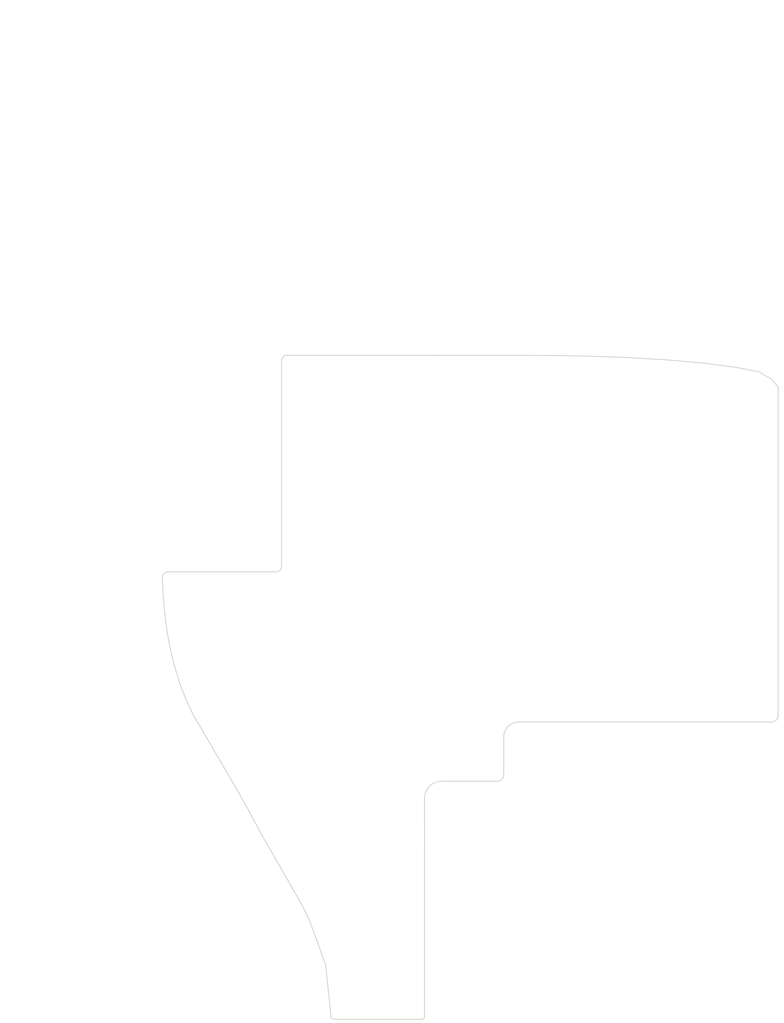
<source format=kicad_pcb>
(kicad_pcb (version 20211014) (generator pcbnew)
  (layers (0 "F.Cu" signal) (31 "B.Cu" signal) (34 "B.Paste" user) (35 "F.Paste" user) (36 "B.SilkS" user "B.Silkscreen") (37 "F.SilkS" user "F.Silkscreen") (38 "B.Mask" user) (39 "F.Mask" user) (44 "Edge.Cuts" user))
  (net 0 "")
  (footprint "lily58palm_plate:HOLE_24" (layer "F.Cu") (at 129.6 59.6)
    (fp_text reference "TH3" hide)
    (fp_text value "HOLE" hide)
  )
  (footprint "lily58palm_plate:HOLE_24" (layer "F.Cu") (at 129.6 97.6)
    (fp_text reference "TH5" hide)
    (fp_text value "HOLE" hide)
  )
  (footprint "lily58palm_plate:HOLE_24" (layer "F.Cu") (at 105 114.8 90)
    (fp_text reference "TH7" hide)
    (fp_text value "HOLE" hide)
  )
  (footprint "lily58palm_plate:CherryMX_KailhLowProfile_Hotswap_Hole" (layer "F.Cu") (at 120.5 50)
    (fp_text reference "SW1" hide)
    (fp_text value "SW_PUSH" hide)
  )
  (footprint "lily58palm_plate:CherryMX_KailhLowProfile_Hotswap_Hole" (layer "F.Cu") (at 139.5 47.6)
    (fp_text reference "SW2" hide)
    (fp_text value "SW_PUSH" hide)
  )
  (footprint "lily58palm_plate:CherryMX_KailhLowProfile_Hotswap_Hole" (layer "F.Cu") (at 158.6 46.21)
    (fp_text reference "SW3" hide)
    (fp_text value "SW_PUSH" hide)
  )
  (footprint "lily58palm_plate:CherryMX_KailhLowProfile_Hotswap_Hole" (layer "F.Cu") (at 120.5 69.1)
    (fp_text reference "SW7" hide)
    (fp_text value "SW_PUSH" hide)
  )
  (footprint "lily58palm_plate:CherryMX_KailhLowProfile_Hotswap_Hole" (layer "F.Cu") (at 139.5 66.7)
    (fp_text reference "SW8" hide)
    (fp_text value "SW_PUSH" hide)
  )
  (footprint "lily58palm_plate:CherryMX_KailhLowProfile_Hotswap_Hole" (layer "F.Cu") (at 158.6 65.3)
    (fp_text reference "SW9" hide)
    (fp_text value "SW_PUSH" hide)
  )
  (footprint "lily58palm_plate:CherryMX_KailhLowProfile_Hotswap_Hole" (layer "F.Cu") (at 120.5 88.1)
    (fp_text reference "SW13" hide)
    (fp_text value "SW_PUSH" hide)
  )
  (footprint "lily58palm_plate:CherryMX_KailhLowProfile_Hotswap_Hole" (layer "F.Cu") (at 139.5 85.7)
    (fp_text reference "SW14" hide)
    (fp_text value "SW_PUSH" hide)
  )
  (footprint "lily58palm_plate:CherryMX_KailhLowProfile_Hotswap_Hole" (layer "F.Cu") (at 158.6 84.4)
    (fp_text reference "SW15" hide)
    (fp_text value "SW_PUSH" hide)
  )
  (footprint "lily58palm_plate:CherryMX_KailhLowProfile_Hotswap_Hole" (layer "F.Cu") (at 120.5 107.1)
    (fp_text reference "SW19" hide)
    (fp_text value "SW_PUSH" hide)
  )
  (footprint "lily58palm_plate:CherryMX_KailhLowProfile_Hotswap_Hole" (layer "F.Cu") (at 139.5 104.8)
    (fp_text reference "SW20" hide)
    (fp_text value "SW_PUSH" hide)
  )
  (footprint "lily58palm_plate:CherryMX_KailhLowProfile_Hotswap_Hole" (layer "F.Cu") (at 158.6 103.4)
    (fp_text reference "SW21" hide)
    (fp_text value "SW_PUSH" hide)
  )
  (footprint "lily58palm_plate:CherryMX_KailhLowProfile_Hotswap_Hole" (layer "F.Cu") (at 101.4 97.5)
    (fp_text reference "SW25" hide)
    (fp_text value "SW_PUSH" hide)
  )
  (footprint "lily58palm_plate:CherryMX_KailhLowProfile_Hotswap_Hole" (layer "F.Cu") (at 105 127 -60)
    (fp_text reference "SW26" hide)
    (fp_text value "SW_PUSH" hide)
  )
  (footprint "lily58palm_plate:CherryMX_KailhLowProfile_Hotswap_Hole" (layer "F.Cu") (at 130 126)
    (fp_text reference "SW27" hide)
    (fp_text value "SW_PUSH" hide)
  )
  (footprint "lily58palm_plate:CherryMX_KailhLowProfile_Hotswap_Hole" (layer "F.Cu") (at 149 123.75)
    (fp_text reference "SW28" hide)
    (fp_text value "SW_PUSH" hide)
  )
  (footprint "lily58palm_plate:CherryMX_KailhLowProfile_Hotswap_Hole" (layer "F.Cu") (at 132.08 180.34)
    (fp_text reference "SW29" hide)
    (fp_text value "SW_PUSH" hide)
  )
  (footprint "lily58palm_plate:HOLE_24" (layer "F.Cu") (at 127.508 158.496)
    (fp_text reference "TH3" hide)
    (fp_text value "HOLE" hide)
  )
  (footprint "lily58palm_plate:CherryMX_KailhLowProfile_Hotswap_Hole" (layer "F.Cu") (at 215.446 73.816)
    (fp_text reference "SW12" hide)
    (fp_text value "SW_PUSH" hide)
  )
  (footprint "lily58palm_plate:CherryMX_KailhLowProfile_Hotswap_Hole" (layer "F.Cu") (at 196.446 91.516)
    (fp_text reference "SW17" hide)
    (fp_text value "SW_PUSH" hide)
  )
  (footprint "lily58palm_plate:HOLE_24" (layer "F.Cu") (at 205.546 100.635)
    (fp_text reference "TH6" hide)
    (fp_text value "HOLE" hide)
  )
  (footprint "lily58palm_plate:CherryMX_KailhLowProfile_Hotswap_Hole" (layer "F.Cu") (at 177.6 47.6)
    (fp_text reference "SW4" hide)
    (fp_text value "SW_PUSH" hide)
  )
  (footprint "lily58palm_plate:CherryMX_KailhLowProfile_Hotswap_Hole" (layer "F.Cu") (at 196.446 53.416)
    (fp_text reference "SW5" hide)
    (fp_text value "SW_PUSH" hide)
  )
  (footprint "lily58palm_plate:CherryMX_KailhLowProfile_Hotswap_Hole" (layer "F.Cu") (at 215.446 54.916)
    (fp_text reference "SW6" hide)
    (fp_text value "SW_PUSH" hide)
  )
  (footprint "lily58palm_plate:CherryMX_KailhLowProfile_Hotswap_Hole" (layer "F.Cu") (at 177.6 66.6)
    (fp_text reference "SW10" hide)
    (fp_text value "SW_PUSH" hide)
  )
  (footprint "lily58palm_plate:CherryMX_KailhLowProfile_Hotswap_Hole" (layer "F.Cu") (at 196.446 72.316)
    (fp_text reference "SW11" hide)
    (fp_text value "SW_PUSH" hide)
  )
  (footprint "lily58palm_plate:CherryMX_KailhLowProfile_Hotswap_Hole" (layer "F.Cu") (at 177.6 85.7)
    (fp_text reference "SW16" hide)
    (fp_text value "SW_PUSH" hide)
  )
  (footprint "lily58palm_plate:CherryMX_KailhLowProfile_Hotswap_Hole" (layer "F.Cu") (at 215.446 93.016)
    (fp_text reference "SW18" hide)
    (fp_text value "SW_PUSH" hide)
  )
  (footprint "lily58palm_plate:CherryMX_KailhLowProfile_Hotswap_Hole" (layer "F.Cu") (at 177.6 104.8)
    (fp_text reference "SW22" hide)
    (fp_text value "SW_PUSH" hide)
  )
  (footprint "lily58palm_plate:CherryMX_KailhLowProfile_Hotswap_Hole" (layer "F.Cu") (at 196.446 110.516)
    (fp_text reference "SW23" hide)
    (fp_text value "SW_PUSH" hide)
  )
  (footprint "lily58palm_plate:CherryMX_KailhLowProfile_Hotswap_Hole" (layer "F.Cu") (at 215.496 112.016)
    (fp_text reference "SW24" hide)
    (fp_text value "SW_PUSH" hide)
  )
  (footprint "lily58palm_plate:HOLE_24" (layer "F.Cu") (at 205.546 62.435)
    (fp_text reference "TH4" hide)
    (fp_text value "HOLE" hide)
  )
  (gr_line (start 143.51 189.865) (end 143.514491 139.319998) (layer "Edge.Cuts") (width 0.2))
  (gr_line (start 115.062 163.83) (end 106.172 148.336) (layer "Edge.Cuts") (width 0.2))
  (gr_line (start 115.062 163.83) (end 116.84 167.386) (layer "Edge.Cuts") (width 0.2))
  (gr_line (start 225.206 63.416) (end 225.206 72.897623) (layer "Edge.Cuts") (width 0.2))
  (gr_line (start 225.206 72.897623) (end 225.206 82.379245) (layer "Edge.Cuts") (width 0.2))
  (gr_line (start 225.206 82.379245) (end 225.206 91.860867) (layer "Edge.Cuts") (width 0.2))
  (gr_line (start 225.206 91.860867) (end 225.206 101.34249) (layer "Edge.Cuts") (width 0.2))
  (gr_line (start 225.206 101.34249) (end 225.206 110.824112) (layer "Edge.Cuts") (width 0.2))
  (gr_line (start 225.206 110.824112) (end 225.206 120.305735) (layer "Edge.Cuts") (width 0.2))
  (gr_line (start 225.205999 120.305735) (end 225.175552 120.608231) (layer "Edge.Cuts") (width 0.2))
  (gr_line (start 225.175552 120.608231) (end 225.088217 120.889887) (layer "Edge.Cuts") (width 0.2))
  (gr_line (start 225.088217 120.889887) (end 224.950001 121.144696) (layer "Edge.Cuts") (width 0.2))
  (gr_line (start 224.950001 121.144696) (end 224.766912 121.366648) (layer "Edge.Cuts") (width 0.2))
  (gr_line (start 224.766912 121.366648) (end 224.54496 121.549736) (layer "Edge.Cuts") (width 0.2))
  (gr_line (start 224.54496 121.549736) (end 224.290152 121.687952) (layer "Edge.Cuts") (width 0.2))
  (gr_line (start 224.290152 121.687952) (end 224.008495 121.775288) (layer "Edge.Cuts") (width 0.2))
  (gr_line (start 224.008495 121.775288) (end 223.705999 121.805735) (layer "Edge.Cuts") (width 0.2))
  (gr_line (start 225.206 44.452755) (end 223.774 42.672) (layer "Edge.Cuts") (width 0.2))
  (gr_line (start 223.774 42.672) (end 220.889319 40.963847) (layer "Edge.Cuts") (width 0.2))
  (gr_line (start 225.206 44.452755) (end 225.206 53.934378) (layer "Edge.Cuts") (width 0.2))
  (gr_line (start 225.206 53.934378) (end 225.206 63.416) (layer "Edge.Cuts") (width 0.2))
  (gr_line (start 189.919538 37.585374) (end 178.989563 37.215654) (layer "Edge.Cuts") (width 0.2))
  (gr_line (start 220.889319 40.963847) (end 215.525697 39.885159) (layer "Edge.Cuts") (width 0.2))
  (gr_line (start 215.525697 39.885159) (end 208.420758 38.945561) (layer "Edge.Cuts") (width 0.2))
  (gr_line (start 208.420758 38.945561) (end 199.807654 38.170488) (layer "Edge.Cuts") (width 0.2))
  (gr_line (start 199.807654 38.170488) (end 189.919538 37.585374) (layer "Edge.Cuts") (width 0.2))
  (gr_line (start 170.576929 121.805735) (end 192.100511 121.805735) (layer "Edge.Cuts") (width 0.2))
  (gr_line (start 192.100511 121.805735) (end 197.368092 121.805735) (layer "Edge.Cuts") (width 0.2))
  (gr_line (start 197.368092 121.805735) (end 202.635673 121.805735) (layer "Edge.Cuts") (width 0.2))
  (gr_line (start 202.635673 121.805735) (end 207.903255 121.805735) (layer "Edge.Cuts") (width 0.2))
  (gr_line (start 207.903255 121.805735) (end 213.170836 121.805735) (layer "Edge.Cuts") (width 0.2))
  (gr_line (start 213.170836 121.805735) (end 218.438418 121.805735) (layer "Edge.Cuts") (width 0.2))
  (gr_line (start 218.438418 121.805735) (end 223.705999 121.805735) (layer "Edge.Cuts") (width 0.2))
  (gr_line (start 85.688004 108.649127) (end 86.863105 112.53067) (layer "Edge.Cuts") (width 0.2))
  (gr_line (start 162.084174 123.942713) (end 162.406678 123.34816) (layer "Edge.Cuts") (width 0.2))
  (gr_arc (start 143.51 189.865) (mid 143.324013 190.314013) (end 142.875 190.5) (layer "Edge.Cuts") (width 0.2))
  (gr_line (start 83.490297 96.657663) (end 84.020972 100.690825) (layer "Edge.Cuts") (width 0.2))
  (gr_line (start 161.809348 134.011658) (end 161.778901 134.314154) (layer "Edge.Cuts") (width 0.2))
  (gr_line (start 161.809348 126.725814) (end 161.809348 127.943854) (layer "Edge.Cuts") (width 0.2))
  (gr_arc (start 110.49 85.852) (mid 110.118026 86.750026) (end 109.22 87.122) (layer "Edge.Cuts") (width 0.2))
  (gr_line (start 104.394 87.122) (end 109.22 87.122) (layer "Edge.Cuts") (width 0.2))
  (gr_line (start 161.809348 129.161894) (end 161.809348 130.379933) (layer "Edge.Cuts") (width 0.2))
  (gr_line (start 100.047036 137.18634) (end 102.87 142.24) (layer "Edge.Cuts") (width 0.2))
  (gr_line (start 161.553349 134.850619) (end 161.370261 135.072571) (layer "Edge.Cuts") (width 0.2))
  (gr_line (start 154.710782 135.511658) (end 160.309348 135.511658) (layer "Edge.Cuts") (width 0.2))
  (gr_line (start 161.691565 134.59581) (end 161.553349 134.850619) (layer "Edge.Cuts") (width 0.2))
  (gr_line (start 164.603524 121.876778) (end 165.354 121.805735) (layer "Edge.Cuts") (width 0.2))
  (gr_line (start 156.843047 37.086762) (end 146.435213 37.086762) (layer "Edge.Cuts") (width 0.2))
  (gr_line (start 161.809348 131.597973) (end 161.809348 132.816013) (layer "Edge.Cuts") (width 0.2))
  (gr_line (start 136.027379 37.086762) (end 125.619545 37.086762) (layer "Edge.Cuts") (width 0.2))
  (gr_line (start 161.148308 135.25566) (end 160.8935 135.393876) (layer "Edge.Cuts") (width 0.2))
  (gr_line (start 125.619545 37.086762) (end 115.211711 37.086762) (layer "Edge.Cuts") (width 0.2))
  (gr_line (start 97.282 87.122) (end 84.328 87.122) (layer "Edge.Cuts") (width 0.2))
  (gr_line (start 160.611844 135.481211) (end 160.309348 135.511658) (layer "Edge.Cuts") (width 0.2))
  (gr_line (start 95.019952 128.587381) (end 96.695647 131.453701) (layer "Edge.Cuts") (width 0.2))
  (gr_line (start 91.668563 122.854742) (end 93.344258 125.721062) (layer "Edge.Cuts") (width 0.2))
  (gr_line (start 178.989563 37.215654) (end 167.250881 37.086762) (layer "Edge.Cuts") (width 0.2))
  (gr_line (start 84.020972 100.690825) (end 84.747083 104.695246) (layer "Edge.Cuts") (width 0.2))
  (gr_line (start 161.809348 132.816013) (end 161.809348 134.011658) (layer "Edge.Cuts") (width 0.2))
  (gr_line (start 83.13569 92.617561) (end 83.490297 96.657663) (layer "Edge.Cuts") (width 0.2))
  (gr_line (start 122.555 190.5) (end 142.875 190.5) (layer "Edge.Cuts") (width 0.2))
  (gr_line (start 163.946326 122.080561) (end 164.603524 121.876778) (layer "Edge.Cuts") (width 0.2))
  (gr_line (start 161.809348 127.943854) (end 161.809348 129.161894) (layer "Edge.Cuts") (width 0.2))
  (gr_line (start 120.65 177.8) (end 121.92 189.865) (layer "Edge.Cuts") (width 0.2))
  (gr_line (start 116.84 167.386) (end 120.65 177.8) (layer "Edge.Cuts") (width 0.2))
  (gr_line (start 98.371341 134.32002) (end 100.047036 137.18634) (layer "Edge.Cuts") (width 0.2))
  (gr_line (start 165.354 121.805735) (end 170.576929 121.805735) (layer "Edge.Cuts") (width 0.2))
  (gr_line (start 160.8935 135.393876) (end 160.611844 135.481211) (layer "Edge.Cuts") (width 0.2))
  (gr_line (start 161.778901 134.314154) (end 161.691565 134.59581) (layer "Edge.Cuts") (width 0.2))
  (gr_line (start 89.992869 119.988423) (end 91.668563 122.854742) (layer "Edge.Cuts") (width 0.2))
  (gr_line (start 161.809348 125.305735) (end 161.880391 124.599911) (layer "Edge.Cuts") (width 0.2))
  (gr_line (start 82.931 88.392) (end 83.128913 92.417244) (layer "Edge.Cuts") (width 0.2))
  (gr_line (start 162.833884 122.830271) (end 163.351773 122.403065) (layer "Edge.Cuts") (width 0.2))
  (gr_line (start 161.809348 130.379933) (end 161.809348 131.597973) (layer "Edge.Cuts") (width 0.2))
  (gr_arc (start 110.49 38.354) (mid 110.861974 37.455974) (end 111.76 37.084) (layer "Edge.Cuts") (width 0.2))
  (gr_line (start 167.250881 37.086762) (end 156.843047 37.086762) (layer "Edge.Cuts") (width 0.2))
  (gr_line (start 146.435213 37.086762) (end 136.027379 37.086762) (layer "Edge.Cuts") (width 0.2))
  (gr_line (start 147.5105 135.509) (end 154.710782 135.511658) (layer "Edge.Cuts") (width 0.2))
  (gr_line (start 162.406678 123.34816) (end 162.833884 122.830271) (layer "Edge.Cuts") (width 0.2))
  (gr_line (start 102.87 142.24) (end 106.172 148.336) (layer "Edge.Cuts") (width 0.2))
  (gr_arc (start 122.555 190.5) (mid 122.105987 190.314013) (end 121.92 189.865) (layer "Edge.Cuts") (width 0.2))
  (gr_line (start 96.695647 131.453701) (end 98.371341 134.32002) (layer "Edge.Cuts") (width 0.2))
  (gr_line (start 110.49 38.354) (end 110.49 85.852) (layer "Edge.Cuts") (width 0.2))
  (gr_line (start 88.291758 116.318073) (end 89.993333 119.98954) (layer "Edge.Cuts") (width 0.2))
  (gr_line (start 163.351773 122.403065) (end 163.946326 122.080561) (layer "Edge.Cuts") (width 0.2))
  (gr_arc (start 143.514491 139.319998) (mid 144.749531 136.614495) (end 147.5105 135.509) (layer "Edge.Cuts") (width 0.2))
  (gr_line (start 161.370261 135.072571) (end 161.148308 135.25566) (layer "Edge.Cuts") (width 0.2))
  (gr_line (start 161.809348 125.305735) (end 161.809348 126.725814) (layer "Edge.Cuts") (width 0.2))
  (gr_arc (start 82.931 88.392) (mid 83.384005 87.486955) (end 84.328 87.122) (layer "Edge.Cuts") (width 0.2))
  (gr_line (start 161.880391 124.599911) (end 162.084174 123.942713) (layer "Edge.Cuts") (width 0.2))
  (gr_line (start 97.282 87.122) (end 104.394 87.122) (layer "Edge.Cuts") (width 0.2))
  (gr_line (start 115.211711 37.086762) (end 111.76 37.086762) (layer "Edge.Cuts") (width 0.2))
  (gr_line (start 84.747083 104.695246) (end 85.688004 108.649127) (layer "Edge.Cuts") (width 0.2))
  (gr_line (start 86.863105 112.53067) (end 88.291758 116.318073) (layer "Edge.Cuts") (width 0.2))
  (gr_line (start 93.344258 125.721062) (end 95.019952 128.587381) (layer "Edge.Cuts") (width 0.2))
)
</source>
